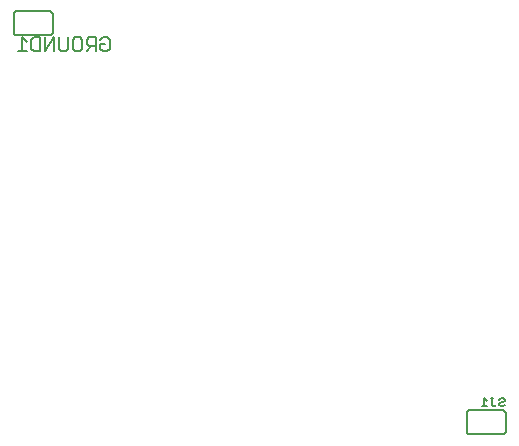
<source format=gbr>
G04 EAGLE Gerber RS-274X export*
G75*
%MOMM*%
%FSLAX34Y34*%
%LPD*%
%INSilkscreen Bottom*%
%IPPOS*%
%AMOC8*
5,1,8,0,0,1.08239X$1,22.5*%
G01*
%ADD10C,0.203200*%
%ADD11C,0.127000*%
%ADD12C,0.152400*%


D10*
X85090Y457200D02*
X57150Y457200D01*
X85090Y436880D02*
X85190Y436882D01*
X85289Y436888D01*
X85389Y436898D01*
X85487Y436911D01*
X85586Y436929D01*
X85683Y436950D01*
X85779Y436975D01*
X85875Y437004D01*
X85969Y437037D01*
X86062Y437073D01*
X86153Y437113D01*
X86243Y437157D01*
X86331Y437204D01*
X86417Y437254D01*
X86501Y437308D01*
X86583Y437365D01*
X86662Y437425D01*
X86740Y437489D01*
X86814Y437555D01*
X86886Y437624D01*
X86955Y437696D01*
X87021Y437770D01*
X87085Y437848D01*
X87145Y437927D01*
X87202Y438009D01*
X87256Y438093D01*
X87306Y438179D01*
X87353Y438267D01*
X87397Y438357D01*
X87437Y438448D01*
X87473Y438541D01*
X87506Y438635D01*
X87535Y438731D01*
X87560Y438827D01*
X87581Y438924D01*
X87599Y439023D01*
X87612Y439121D01*
X87622Y439221D01*
X87628Y439320D01*
X87630Y439420D01*
X57150Y436880D02*
X57050Y436882D01*
X56951Y436888D01*
X56851Y436898D01*
X56753Y436911D01*
X56654Y436929D01*
X56557Y436950D01*
X56461Y436975D01*
X56365Y437004D01*
X56271Y437037D01*
X56178Y437073D01*
X56087Y437113D01*
X55997Y437157D01*
X55909Y437204D01*
X55823Y437254D01*
X55739Y437308D01*
X55657Y437365D01*
X55578Y437425D01*
X55500Y437489D01*
X55426Y437555D01*
X55354Y437624D01*
X55285Y437696D01*
X55219Y437770D01*
X55155Y437848D01*
X55095Y437927D01*
X55038Y438009D01*
X54984Y438093D01*
X54934Y438179D01*
X54887Y438267D01*
X54843Y438357D01*
X54803Y438448D01*
X54767Y438541D01*
X54734Y438635D01*
X54705Y438731D01*
X54680Y438827D01*
X54659Y438924D01*
X54641Y439023D01*
X54628Y439121D01*
X54618Y439221D01*
X54612Y439320D01*
X54610Y439420D01*
X54610Y454660D02*
X54612Y454760D01*
X54618Y454859D01*
X54628Y454959D01*
X54641Y455057D01*
X54659Y455156D01*
X54680Y455253D01*
X54705Y455349D01*
X54734Y455445D01*
X54767Y455539D01*
X54803Y455632D01*
X54843Y455723D01*
X54887Y455813D01*
X54934Y455901D01*
X54984Y455987D01*
X55038Y456071D01*
X55095Y456153D01*
X55155Y456232D01*
X55219Y456310D01*
X55285Y456384D01*
X55354Y456456D01*
X55426Y456525D01*
X55500Y456591D01*
X55578Y456655D01*
X55657Y456715D01*
X55739Y456772D01*
X55823Y456826D01*
X55909Y456876D01*
X55997Y456923D01*
X56087Y456967D01*
X56178Y457007D01*
X56271Y457043D01*
X56365Y457076D01*
X56461Y457105D01*
X56557Y457130D01*
X56654Y457151D01*
X56753Y457169D01*
X56851Y457182D01*
X56951Y457192D01*
X57050Y457198D01*
X57150Y457200D01*
X85090Y457200D02*
X85190Y457198D01*
X85289Y457192D01*
X85389Y457182D01*
X85487Y457169D01*
X85586Y457151D01*
X85683Y457130D01*
X85779Y457105D01*
X85875Y457076D01*
X85969Y457043D01*
X86062Y457007D01*
X86153Y456967D01*
X86243Y456923D01*
X86331Y456876D01*
X86417Y456826D01*
X86501Y456772D01*
X86583Y456715D01*
X86662Y456655D01*
X86740Y456591D01*
X86814Y456525D01*
X86886Y456456D01*
X86955Y456384D01*
X87021Y456310D01*
X87085Y456232D01*
X87145Y456153D01*
X87202Y456071D01*
X87256Y455987D01*
X87306Y455901D01*
X87353Y455813D01*
X87397Y455723D01*
X87437Y455632D01*
X87473Y455539D01*
X87506Y455445D01*
X87535Y455349D01*
X87560Y455253D01*
X87581Y455156D01*
X87599Y455057D01*
X87612Y454959D01*
X87622Y454859D01*
X87628Y454760D01*
X87630Y454660D01*
X87630Y439420D01*
X54610Y439420D02*
X54610Y454660D01*
X57150Y436880D02*
X85090Y436880D01*
D11*
X128206Y433078D02*
X130113Y434985D01*
X133926Y434985D01*
X135833Y433078D01*
X135833Y425452D01*
X133926Y423545D01*
X130113Y423545D01*
X128206Y425452D01*
X128206Y429265D01*
X132020Y429265D01*
X124139Y423545D02*
X124139Y434985D01*
X118419Y434985D01*
X116512Y433078D01*
X116512Y429265D01*
X118419Y427358D01*
X124139Y427358D01*
X120326Y427358D02*
X116512Y423545D01*
X110538Y434985D02*
X106725Y434985D01*
X110538Y434985D02*
X112445Y433078D01*
X112445Y425452D01*
X110538Y423545D01*
X106725Y423545D01*
X104819Y425452D01*
X104819Y433078D01*
X106725Y434985D01*
X100751Y434985D02*
X100751Y425452D01*
X98844Y423545D01*
X95031Y423545D01*
X93125Y425452D01*
X93125Y434985D01*
X89057Y434985D02*
X89057Y423545D01*
X81431Y423545D02*
X89057Y434985D01*
X81431Y434985D02*
X81431Y423545D01*
X77363Y423545D02*
X77363Y434985D01*
X77363Y423545D02*
X71643Y423545D01*
X69737Y425452D01*
X69737Y433078D01*
X71643Y434985D01*
X77363Y434985D01*
X65669Y431172D02*
X61856Y434985D01*
X61856Y423545D01*
X65669Y423545D02*
X58043Y423545D01*
D10*
X440690Y99060D02*
X468630Y99060D01*
X440690Y119380D02*
X440590Y119378D01*
X440491Y119372D01*
X440391Y119362D01*
X440293Y119349D01*
X440194Y119331D01*
X440097Y119310D01*
X440001Y119285D01*
X439905Y119256D01*
X439811Y119223D01*
X439718Y119187D01*
X439627Y119147D01*
X439537Y119103D01*
X439449Y119056D01*
X439363Y119006D01*
X439279Y118952D01*
X439197Y118895D01*
X439118Y118835D01*
X439040Y118771D01*
X438966Y118705D01*
X438894Y118636D01*
X438825Y118564D01*
X438759Y118490D01*
X438695Y118412D01*
X438635Y118333D01*
X438578Y118251D01*
X438524Y118167D01*
X438474Y118081D01*
X438427Y117993D01*
X438383Y117903D01*
X438343Y117812D01*
X438307Y117719D01*
X438274Y117625D01*
X438245Y117529D01*
X438220Y117433D01*
X438199Y117336D01*
X438181Y117237D01*
X438168Y117139D01*
X438158Y117039D01*
X438152Y116940D01*
X438150Y116840D01*
X468630Y119380D02*
X468730Y119378D01*
X468829Y119372D01*
X468929Y119362D01*
X469027Y119349D01*
X469126Y119331D01*
X469223Y119310D01*
X469319Y119285D01*
X469415Y119256D01*
X469509Y119223D01*
X469602Y119187D01*
X469693Y119147D01*
X469783Y119103D01*
X469871Y119056D01*
X469957Y119006D01*
X470041Y118952D01*
X470123Y118895D01*
X470202Y118835D01*
X470280Y118771D01*
X470354Y118705D01*
X470426Y118636D01*
X470495Y118564D01*
X470561Y118490D01*
X470625Y118412D01*
X470685Y118333D01*
X470742Y118251D01*
X470796Y118167D01*
X470846Y118081D01*
X470893Y117993D01*
X470937Y117903D01*
X470977Y117812D01*
X471013Y117719D01*
X471046Y117625D01*
X471075Y117529D01*
X471100Y117433D01*
X471121Y117336D01*
X471139Y117237D01*
X471152Y117139D01*
X471162Y117039D01*
X471168Y116940D01*
X471170Y116840D01*
X471170Y101600D02*
X471168Y101500D01*
X471162Y101401D01*
X471152Y101301D01*
X471139Y101203D01*
X471121Y101104D01*
X471100Y101007D01*
X471075Y100911D01*
X471046Y100815D01*
X471013Y100721D01*
X470977Y100628D01*
X470937Y100537D01*
X470893Y100447D01*
X470846Y100359D01*
X470796Y100273D01*
X470742Y100189D01*
X470685Y100107D01*
X470625Y100028D01*
X470561Y99950D01*
X470495Y99876D01*
X470426Y99804D01*
X470354Y99735D01*
X470280Y99669D01*
X470202Y99605D01*
X470123Y99545D01*
X470041Y99488D01*
X469957Y99434D01*
X469871Y99384D01*
X469783Y99337D01*
X469693Y99293D01*
X469602Y99253D01*
X469509Y99217D01*
X469415Y99184D01*
X469319Y99155D01*
X469223Y99130D01*
X469126Y99109D01*
X469027Y99091D01*
X468929Y99078D01*
X468829Y99068D01*
X468730Y99062D01*
X468630Y99060D01*
X440690Y99060D02*
X440590Y99062D01*
X440491Y99068D01*
X440391Y99078D01*
X440293Y99091D01*
X440194Y99109D01*
X440097Y99130D01*
X440001Y99155D01*
X439905Y99184D01*
X439811Y99217D01*
X439718Y99253D01*
X439627Y99293D01*
X439537Y99337D01*
X439449Y99384D01*
X439363Y99434D01*
X439279Y99488D01*
X439197Y99545D01*
X439118Y99605D01*
X439040Y99669D01*
X438966Y99735D01*
X438894Y99804D01*
X438825Y99876D01*
X438759Y99950D01*
X438695Y100028D01*
X438635Y100107D01*
X438578Y100189D01*
X438524Y100273D01*
X438474Y100359D01*
X438427Y100447D01*
X438383Y100537D01*
X438343Y100628D01*
X438307Y100721D01*
X438274Y100815D01*
X438245Y100911D01*
X438220Y101007D01*
X438199Y101104D01*
X438181Y101203D01*
X438168Y101301D01*
X438158Y101401D01*
X438152Y101500D01*
X438150Y101600D01*
X438150Y116840D01*
X471170Y116840D02*
X471170Y101600D01*
X468630Y119380D02*
X440690Y119380D01*
D12*
X466002Y128190D02*
X467103Y129292D01*
X469306Y129292D01*
X470408Y128190D01*
X470408Y127088D01*
X469306Y125987D01*
X467103Y125987D01*
X466002Y124885D01*
X466002Y123784D01*
X467103Y122682D01*
X469306Y122682D01*
X470408Y123784D01*
X462924Y123784D02*
X461822Y122682D01*
X460721Y122682D01*
X459619Y123784D01*
X459619Y129292D01*
X460721Y129292D02*
X458517Y129292D01*
X455440Y127088D02*
X453237Y129292D01*
X453237Y122682D01*
X455440Y122682D02*
X451033Y122682D01*
M02*

</source>
